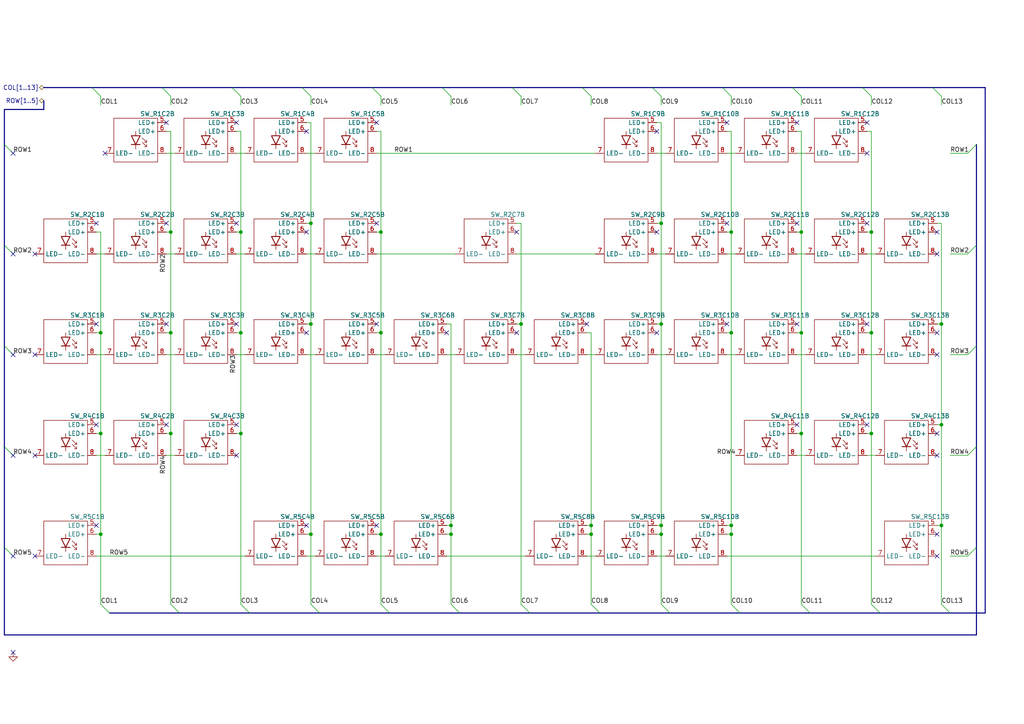
<source format=kicad_sch>
(kicad_sch (version 20250114) (generator "eeschema") (generator_version "9.0")
  (paper "A4")
  (title_block (title "HandyWork - 5x3 + Mods + Nav") (date "2026-03-01") (rev "1.0") (company "Axel Voitier") (comment 1 "HandyWork - 5x3 with mods with nav PCB") (comment 2 "CERN Open Hardware Licence Version 2 - Weakly Reciprocal") (comment 3 "Alidron"))
  (lib_symbols
    (symbol "Framework:One_Key_Module"
      (property "Reference" "SW" (at 1.27 7.62 0))
      (symbol "One_Key_Module_1_0"
        (pin input line (at -8.89 0 0) (length 2.54) (name "ROW") (number "3"))
        (pin input line (at 0 8.89 270) (length 2.54) (name "COL") (number "1"))
        (pin output line (at 0 -8.89 90) (length 2.54) (name "COL") (number "9"))
        (pin power_in line (at 3.81 -8.89 90) (length 2.54) (hide yes) (name "GND") (number "10"))
        (pin power_in line (at 3.81 -8.89 90) (length 2.54) (name "GND") (number "2"))
        (pin output line (at 8.89 0 180) (length 2.54) (name "ROW") (number "4"))
      )
      (symbol "One_Key_Module_1_1"
        (rectangle (start -6.35 6.35) (end 6.35 -6.35) (fill (type background)))
      )
      (symbol "One_Key_Module_2_0"
        (pin input line (at -8.89 -3.81 0) (length 2.54) (name "LED-") (number "7"))
        (pin input line (at 8.89 5.08 180) (length 2.54) (name "LED+") (number "5"))
        (pin bidirectional line (at 8.89 2.54 180) (length 2.54) (name "LED+") (number "6"))
        (pin output line (at 8.89 -3.81 180) (length 2.54) (name "LED-") (number "8"))
      )
      (symbol "One_Key_Module_2_1"
        (rectangle (start -6.35 6.35) (end 6.35 -6.35))
        (polyline (pts (xy 0 1.27) (xy 0 2.54)))
        (polyline (pts (xy 0 -1.27) (xy 0 -2.54)))
        (polyline (pts (xy 0 -1.27) (xy -1.27 1.27) (xy 1.27 1.27) (xy 0 -1.27)) (stroke (width 0.254)))
        (polyline (pts (xy 1.27 -1.27) (xy -1.27 -1.27)) (stroke (width 0.254)))
        (polyline (pts (xy 1.905 0.635) (xy 3.175 -0.635) (xy 3.175 0) (xy 3.175 -0.635) (xy 2.54 -0.635)))
        (polyline (pts (xy 1.905 -0.635) (xy 3.175 -1.905) (xy 3.175 -1.27) (xy 3.175 -1.905) (xy 2.54 -1.905)))
      )
    )
    (symbol "power:GND" (power) (pin_numbers (hide yes)) (pin_names (offset 0) (hide yes))
      (property "Value" "GND" (at 0 -3.81 0))
      (symbol "GND_0_1"
        (polyline (pts (xy 0 0) (xy 0 -1.27) (xy 1.27 -1.27) (xy 0 -2.54) (xy -1.27 -1.27) (xy 0 -1.27)))
      )
      (symbol "GND_1_1"
        (pin power_in line (at 0 0 270) (length 0) (name "~") (number "1"))
      )
    )
  )
  (junction (at 69.85 67.31))
  (junction (at 273.05 93.98))
  (junction (at 252.73 67.31))
  (junction (at 110.49 96.52))
  (junction (at 191.77 152.4))
  (junction (at 252.73 96.52))
  (junction (at 29.21 125.73))
  (junction (at 29.21 96.52))
  (junction (at 49.53 67.31))
  (junction (at 232.41 96.52))
  (junction (at 232.41 125.73))
  (junction (at 232.41 67.31))
  (junction (at 252.73 125.73))
  (junction (at 273.05 152.4))
  (junction (at 273.05 123.19))
  (junction (at 130.81 152.4))
  (junction (at 130.81 154.94))
  (junction (at 69.85 96.52))
  (junction (at 29.21 154.94))
  (junction (at 212.09 67.31))
  (junction (at 90.17 93.98))
  (junction (at 171.45 154.94))
  (junction (at 69.85 125.73))
  (junction (at 90.17 154.94))
  (junction (at 212.09 152.4))
  (junction (at 49.53 96.52))
  (junction (at 151.13 93.98))
  (junction (at 191.77 93.98))
  (junction (at 171.45 152.4))
  (junction (at 212.09 154.94))
  (junction (at 49.53 125.73))
  (junction (at 110.49 154.94))
  (junction (at 191.77 154.94))
  (junction (at 191.77 64.77))
  (junction (at 212.09 96.52))
  (junction (at 90.17 64.77))
  (junction (at 110.49 67.31))
  (no_connect (at 27.94 123.19))
  (no_connect (at 251.46 35.56))
  (no_connect (at 27.94 93.98))
  (no_connect (at 170.18 93.98))
  (no_connect (at 210.82 93.98))
  (no_connect (at 10.16 73.66))
  (no_connect (at 231.14 35.56))
  (no_connect (at 190.5 96.52))
  (no_connect (at 88.9 67.31))
  (no_connect (at 27.94 152.4))
  (no_connect (at 129.54 96.52))
  (no_connect (at 109.22 93.98))
  (no_connect (at 271.78 161.29))
  (no_connect (at 271.78 125.73))
  (no_connect (at 48.26 64.77))
  (no_connect (at 231.14 123.19))
  (no_connect (at 231.14 64.77))
  (no_connect (at 68.58 35.56))
  (no_connect (at 109.22 152.4))
  (no_connect (at 3.81 102.87))
  (no_connect (at 271.78 67.31))
  (no_connect (at 149.86 67.31))
  (no_connect (at 10.16 132.08))
  (no_connect (at 68.58 64.77))
  (no_connect (at 271.78 73.66))
  (no_connect (at 3.81 44.45))
  (no_connect (at 88.9 38.1))
  (no_connect (at 88.9 96.52))
  (no_connect (at 251.46 44.45))
  (no_connect (at 251.46 123.19))
  (no_connect (at 231.14 93.98))
  (no_connect (at 68.58 93.98))
  (no_connect (at 149.86 96.52))
  (no_connect (at 68.58 123.19))
  (no_connect (at 251.46 93.98))
  (no_connect (at 68.58 132.08))
  (no_connect (at 109.22 35.56))
  (no_connect (at 10.16 161.29))
  (no_connect (at 10.16 102.87))
  (no_connect (at 88.9 152.4))
  (no_connect (at 210.82 64.77))
  (no_connect (at 3.81 73.66))
  (no_connect (at 48.26 123.19))
  (no_connect (at 48.26 35.56))
  (no_connect (at 30.48 44.45))
  (no_connect (at 251.46 64.77))
  (no_connect (at 109.22 64.77))
  (no_connect (at 3.81 161.29))
  (no_connect (at 271.78 96.52))
  (no_connect (at 190.5 38.1))
  (no_connect (at 3.81 132.08))
  (no_connect (at 210.82 35.56))
  (no_connect (at 271.78 154.94))
  (no_connect (at 3.81 189.23))
  (no_connect (at 271.78 102.87))
  (no_connect (at 27.94 64.77))
  (no_connect (at 271.78 132.08))
  (no_connect (at 48.26 93.98))
  (no_connect (at 190.5 67.31))
  (bus_entry (at 107.95 25.4) (size 2.54 2.54))
  (bus_entry (at 1.27 129.54) (size 2.54 2.54))
  (bus_entry (at 189.23 25.4) (size 2.54 2.54))
  (bus_entry (at 92.71 177.8) (size -2.54 -2.54))
  (bus_entry (at 270.51 25.4) (size 2.54 2.54))
  (bus_entry (at 209.55 25.4) (size 2.54 2.54))
  (bus_entry (at 283.21 129.54) (size -2.54 2.54))
  (bus_entry (at 46.99 25.4) (size 2.54 2.54))
  (bus_entry (at 1.27 158.75) (size 2.54 2.54))
  (bus_entry (at 148.59 25.4) (size 2.54 2.54))
  (bus_entry (at 31.75 177.8) (size -2.54 -2.54))
  (bus_entry (at 275.59 177.8) (size -2.54 -2.54))
  (bus_entry (at 168.91 25.4) (size 2.54 2.54))
  (bus_entry (at 87.63 25.4) (size 2.54 2.54))
  (bus_entry (at 194.31 177.8) (size -2.54 -2.54))
  (bus_entry (at 283.21 41.91) (size -2.54 2.54))
  (bus_entry (at 133.35 177.8) (size -2.54 -2.54))
  (bus_entry (at 1.27 71.12) (size 2.54 2.54))
  (bus_entry (at 214.63 177.8) (size -2.54 -2.54))
  (bus_entry (at 173.99 177.8) (size -2.54 -2.54))
  (bus_entry (at 283.21 158.75) (size -2.54 2.54))
  (bus_entry (at 234.95 177.8) (size -2.54 -2.54))
  (bus_entry (at 52.07 177.8) (size -2.54 -2.54))
  (bus_entry (at 128.27 25.4) (size 2.54 2.54))
  (bus_entry (at 283.21 71.12) (size -2.54 2.54))
  (bus_entry (at 67.31 25.4) (size 2.54 2.54))
  (bus_entry (at 1.27 41.91) (size 2.54 2.54))
  (bus_entry (at 1.27 100.33) (size 2.54 2.54))
  (bus_entry (at 250.19 25.4) (size 2.54 2.54))
  (bus_entry (at 153.67 177.8) (size -2.54 -2.54))
  (bus_entry (at 72.39 177.8) (size -2.54 -2.54))
  (bus_entry (at 283.21 100.33) (size -2.54 2.54))
  (bus_entry (at 113.03 177.8) (size -2.54 -2.54))
  (bus_entry (at 229.87 25.4) (size 2.54 2.54))
  (bus_entry (at 26.67 25.4) (size 2.54 2.54))
  (bus_entry (at 255.27 177.8) (size -2.54 -2.54))
  (wire (pts (xy 71.12 73.66) (xy 68.58 73.66)))
  (wire (pts (xy 48.26 73.66) (xy 50.8 73.66)))
  (wire (pts (xy 151.13 93.98) (xy 151.13 175.26)))
  (wire (pts (xy 190.5 161.29) (xy 193.04 161.29)))
  (wire (pts (xy 212.09 67.31) (xy 212.09 96.52)))
  (bus (pts (xy 283.21 129.54) (xy 283.21 158.75)))
  (wire (pts (xy 271.78 152.4) (xy 273.05 152.4)))
  (bus (pts (xy 113.03 177.8) (xy 133.35 177.8)))
  (wire (pts (xy 129.54 152.4) (xy 130.81 152.4)))
  (wire (pts (xy 49.53 125.73) (xy 49.53 175.26)))
  (wire (pts (xy 273.05 27.94) (xy 273.05 30.48)))
  (wire (pts (xy 172.72 102.87) (xy 170.18 102.87)))
  (wire (pts (xy 190.5 93.98) (xy 191.77 93.98)))
  (wire (pts (xy 271.78 93.98) (xy 273.05 93.98)))
  (wire (pts (xy 251.46 96.52) (xy 252.73 96.52)))
  (wire (pts (xy 88.9 102.87) (xy 91.44 102.87)))
  (wire (pts (xy 231.14 67.31) (xy 232.41 67.31)))
  (wire (pts (xy 273.05 123.19) (xy 273.05 93.98)))
  (bus (pts (xy 234.95 177.8) (xy 255.27 177.8)))
  (wire (pts (xy 109.22 67.31) (xy 110.49 67.31)))
  (wire (pts (xy 231.14 38.1) (xy 232.41 38.1)))
  (wire (pts (xy 191.77 152.4) (xy 191.77 154.94)))
  (wire (pts (xy 213.36 102.87) (xy 210.82 102.87)))
  (wire (pts (xy 48.26 96.52) (xy 49.53 96.52)))
  (wire (pts (xy 190.5 152.4) (xy 191.77 152.4)))
  (wire (pts (xy 232.41 125.73) (xy 232.41 175.26)))
  (wire (pts (xy 27.94 161.29) (xy 71.12 161.29)))
  (wire (pts (xy 50.8 102.87) (xy 48.26 102.87)))
  (wire (pts (xy 254 102.87) (xy 251.46 102.87)))
  (wire (pts (xy 130.81 154.94) (xy 130.81 175.26)))
  (wire (pts (xy 88.9 64.77) (xy 90.17 64.77)))
  (bus (pts (xy 107.95 25.4) (xy 128.27 25.4)))
  (wire (pts (xy 275.59 44.45) (xy 280.67 44.45)))
  (wire (pts (xy 29.21 154.94) (xy 29.21 175.26)))
  (wire (pts (xy 212.09 152.4) (xy 212.09 154.94)))
  (bus (pts (xy 250.19 25.4) (xy 270.51 25.4)))
  (wire (pts (xy 190.5 35.56) (xy 191.77 35.56)))
  (wire (pts (xy 71.12 102.87) (xy 68.58 102.87)))
  (wire (pts (xy 231.14 73.66) (xy 233.68 73.66)))
  (wire (pts (xy 91.44 73.66) (xy 88.9 73.66)))
  (bus (pts (xy 229.87 25.4) (xy 250.19 25.4)))
  (wire (pts (xy 151.13 64.77) (xy 151.13 93.98)))
  (wire (pts (xy 190.5 154.94) (xy 191.77 154.94)))
  (wire (pts (xy 109.22 44.45) (xy 172.72 44.45)))
  (wire (pts (xy 193.04 44.45) (xy 190.5 44.45)))
  (wire (pts (xy 210.82 152.4) (xy 212.09 152.4)))
  (bus (pts (xy 275.59 177.8) (xy 285.75 177.8)))
  (wire (pts (xy 170.18 96.52) (xy 171.45 96.52)))
  (wire (pts (xy 251.46 132.08) (xy 254 132.08)))
  (wire (pts (xy 29.21 125.73) (xy 29.21 96.52)))
  (wire (pts (xy 210.82 44.45) (xy 213.36 44.45)))
  (wire (pts (xy 252.73 67.31) (xy 252.73 96.52)))
  (bus (pts (xy 1.27 71.12) (xy 1.27 100.33)))
  (wire (pts (xy 252.73 96.52) (xy 252.73 125.73)))
  (wire (pts (xy 110.49 27.94) (xy 110.49 30.48)))
  (wire (pts (xy 271.78 123.19) (xy 273.05 123.19)))
  (wire (pts (xy 68.58 38.1) (xy 69.85 38.1)))
  (bus (pts (xy 168.91 25.4) (xy 189.23 25.4)))
  (wire (pts (xy 191.77 154.94) (xy 191.77 175.26)))
  (wire (pts (xy 191.77 93.98) (xy 191.77 152.4)))
  (wire (pts (xy 152.4 102.87) (xy 149.86 102.87)))
  (wire (pts (xy 149.86 64.77) (xy 151.13 64.77)))
  (wire (pts (xy 27.94 154.94) (xy 29.21 154.94)))
  (wire (pts (xy 49.53 67.31) (xy 49.53 96.52)))
  (wire (pts (xy 68.58 125.73) (xy 69.85 125.73)))
  (wire (pts (xy 30.48 73.66) (xy 27.94 73.66)))
  (wire (pts (xy 29.21 27.94) (xy 29.21 30.48)))
  (wire (pts (xy 232.41 27.94) (xy 232.41 30.48)))
  (wire (pts (xy 231.14 96.52) (xy 232.41 96.52)))
  (wire (pts (xy 27.94 96.52) (xy 29.21 96.52)))
  (wire (pts (xy 275.59 161.29) (xy 280.67 161.29)))
  (wire (pts (xy 210.82 67.31) (xy 212.09 67.31)))
  (wire (pts (xy 191.77 27.94) (xy 191.77 30.48)))
  (wire (pts (xy 90.17 154.94) (xy 90.17 175.26)))
  (wire (pts (xy 231.14 44.45) (xy 233.68 44.45)))
  (bus (pts (xy 1.27 129.54) (xy 1.27 158.75)))
  (wire (pts (xy 109.22 154.94) (xy 110.49 154.94)))
  (wire (pts (xy 110.49 67.31) (xy 110.49 96.52)))
  (wire (pts (xy 27.94 125.73) (xy 29.21 125.73)))
  (wire (pts (xy 91.44 44.45) (xy 88.9 44.45)))
  (wire (pts (xy 69.85 125.73) (xy 69.85 96.52)))
  (wire (pts (xy 68.58 67.31) (xy 69.85 67.31)))
  (bus (pts (xy 1.27 158.75) (xy 1.27 184.15)))
  (wire (pts (xy 252.73 27.94) (xy 252.73 30.48)))
  (wire (pts (xy 232.41 38.1) (xy 232.41 67.31)))
  (wire (pts (xy 68.58 44.45) (xy 71.12 44.45)))
  (wire (pts (xy 273.05 123.19) (xy 273.05 152.4)))
  (wire (pts (xy 273.05 93.98) (xy 273.05 64.77)))
  (wire (pts (xy 252.73 38.1) (xy 252.73 67.31)))
  (wire (pts (xy 110.49 96.52) (xy 110.49 154.94)))
  (wire (pts (xy 275.59 73.66) (xy 280.67 73.66)))
  (wire (pts (xy 130.81 152.4) (xy 130.81 154.94)))
  (wire (pts (xy 170.18 154.94) (xy 171.45 154.94)))
  (bus (pts (xy 128.27 25.4) (xy 148.59 25.4)))
  (wire (pts (xy 151.13 27.94) (xy 151.13 30.48)))
  (wire (pts (xy 171.45 27.94) (xy 171.45 30.48)))
  (bus (pts (xy 72.39 177.8) (xy 92.71 177.8)))
  (wire (pts (xy 90.17 35.56) (xy 90.17 64.77)))
  (bus (pts (xy 12.7 31.75) (xy 1.27 31.75)))
  (bus (pts (xy 148.59 25.4) (xy 168.91 25.4)))
  (wire (pts (xy 69.85 67.31) (xy 69.85 96.52)))
  (wire (pts (xy 254 73.66) (xy 251.46 73.66)))
  (wire (pts (xy 212.09 38.1) (xy 212.09 67.31)))
  (wire (pts (xy 130.81 27.94) (xy 130.81 30.48)))
  (wire (pts (xy 49.53 96.52) (xy 49.53 125.73)))
  (wire (pts (xy 129.54 154.94) (xy 130.81 154.94)))
  (bus (pts (xy 283.21 71.12) (xy 283.21 100.33)))
  (wire (pts (xy 171.45 152.4) (xy 171.45 96.52)))
  (wire (pts (xy 172.72 161.29) (xy 170.18 161.29)))
  (wire (pts (xy 110.49 67.31) (xy 110.49 38.1)))
  (bus (pts (xy 1.27 41.91) (xy 1.27 71.12)))
  (wire (pts (xy 232.41 96.52) (xy 232.41 125.73)))
  (wire (pts (xy 27.94 67.31) (xy 29.21 67.31)))
  (wire (pts (xy 210.82 154.94) (xy 212.09 154.94)))
  (wire (pts (xy 190.5 64.77) (xy 191.77 64.77)))
  (wire (pts (xy 273.05 152.4) (xy 273.05 175.26)))
  (bus (pts (xy 153.67 177.8) (xy 173.99 177.8)))
  (wire (pts (xy 69.85 27.94) (xy 69.85 30.48)))
  (bus (pts (xy 67.31 25.4) (xy 87.63 25.4)))
  (wire (pts (xy 275.59 132.08) (xy 280.67 132.08)))
  (wire (pts (xy 193.04 102.87) (xy 190.5 102.87)))
  (wire (pts (xy 90.17 27.94) (xy 90.17 30.48)))
  (wire (pts (xy 29.21 125.73) (xy 29.21 154.94)))
  (bus (pts (xy 283.21 41.91) (xy 283.21 71.12)))
  (bus (pts (xy 209.55 25.4) (xy 229.87 25.4)))
  (bus (pts (xy 26.67 25.4) (xy 46.99 25.4)))
  (bus (pts (xy 12.7 25.4) (xy 26.67 25.4)))
  (wire (pts (xy 232.41 67.31) (xy 232.41 96.52)))
  (wire (pts (xy 210.82 96.52) (xy 212.09 96.52)))
  (wire (pts (xy 271.78 64.77) (xy 273.05 64.77)))
  (wire (pts (xy 191.77 35.56) (xy 191.77 64.77)))
  (wire (pts (xy 109.22 38.1) (xy 110.49 38.1)))
  (wire (pts (xy 251.46 125.73) (xy 252.73 125.73)))
  (bus (pts (xy 283.21 158.75) (xy 283.21 184.15)))
  (wire (pts (xy 190.5 73.66) (xy 193.04 73.66)))
  (wire (pts (xy 90.17 93.98) (xy 90.17 154.94)))
  (wire (pts (xy 88.9 154.94) (xy 90.17 154.94)))
  (wire (pts (xy 212.09 154.94) (xy 212.09 175.26)))
  (wire (pts (xy 109.22 73.66) (xy 132.08 73.66)))
  (wire (pts (xy 109.22 96.52) (xy 110.49 96.52)))
  (wire (pts (xy 252.73 38.1) (xy 251.46 38.1)))
  (wire (pts (xy 149.86 93.98) (xy 151.13 93.98)))
  (wire (pts (xy 251.46 67.31) (xy 252.73 67.31)))
  (bus (pts (xy 285.75 25.4) (xy 285.75 177.8)))
  (bus (pts (xy 189.23 25.4) (xy 209.55 25.4)))
  (wire (pts (xy 210.82 73.66) (xy 213.36 73.66)))
  (wire (pts (xy 149.86 73.66) (xy 172.72 73.66)))
  (wire (pts (xy 231.14 125.73) (xy 232.41 125.73)))
  (bus (pts (xy 194.31 177.8) (xy 214.63 177.8)))
  (wire (pts (xy 88.9 93.98) (xy 90.17 93.98)))
  (wire (pts (xy 29.21 96.52) (xy 29.21 67.31)))
  (bus (pts (xy 1.27 100.33) (xy 1.27 129.54)))
  (wire (pts (xy 170.18 152.4) (xy 171.45 152.4)))
  (wire (pts (xy 233.68 102.87) (xy 231.14 102.87)))
  (bus (pts (xy 92.71 177.8) (xy 113.03 177.8)))
  (wire (pts (xy 49.53 27.94) (xy 49.53 30.48)))
  (wire (pts (xy 27.94 102.87) (xy 30.48 102.87)))
  (wire (pts (xy 110.49 154.94) (xy 110.49 175.26)))
  (wire (pts (xy 48.26 44.45) (xy 50.8 44.45)))
  (bus (pts (xy 31.75 177.8) (xy 52.07 177.8)))
  (wire (pts (xy 212.09 96.52) (xy 212.09 152.4)))
  (wire (pts (xy 252.73 125.73) (xy 252.73 175.26)))
  (bus (pts (xy 255.27 177.8) (xy 275.59 177.8)))
  (wire (pts (xy 48.26 38.1) (xy 49.53 38.1)))
  (wire (pts (xy 171.45 152.4) (xy 171.45 154.94)))
  (wire (pts (xy 129.54 102.87) (xy 132.08 102.87)))
  (bus (pts (xy 1.27 184.15) (xy 283.21 184.15)))
  (wire (pts (xy 111.76 161.29) (xy 109.22 161.29)))
  (wire (pts (xy 191.77 64.77) (xy 191.77 93.98)))
  (wire (pts (xy 231.14 132.08) (xy 233.68 132.08)))
  (wire (pts (xy 171.45 154.94) (xy 171.45 175.26)))
  (wire (pts (xy 130.81 93.98) (xy 130.81 152.4)))
  (wire (pts (xy 69.85 67.31) (xy 69.85 38.1)))
  (bus (pts (xy 133.35 177.8) (xy 153.67 177.8)))
  (wire (pts (xy 30.48 132.08) (xy 27.94 132.08)))
  (bus (pts (xy 283.21 100.33) (xy 283.21 129.54)))
  (wire (pts (xy 212.09 27.94) (xy 212.09 30.48)))
  (wire (pts (xy 68.58 96.52) (xy 69.85 96.52)))
  (bus (pts (xy 214.63 177.8) (xy 234.95 177.8)))
  (wire (pts (xy 88.9 161.29) (xy 91.44 161.29)))
  (wire (pts (xy 111.76 102.87) (xy 109.22 102.87)))
  (wire (pts (xy 48.26 67.31) (xy 49.53 67.31)))
  (wire (pts (xy 90.17 93.98) (xy 90.17 64.77)))
  (wire (pts (xy 152.4 161.29) (xy 129.54 161.29)))
  (wire (pts (xy 129.54 93.98) (xy 130.81 93.98)))
  (wire (pts (xy 49.53 67.31) (xy 49.53 38.1)))
  (wire (pts (xy 88.9 35.56) (xy 90.17 35.56)))
  (wire (pts (xy 69.85 125.73) (xy 69.85 175.26)))
  (bus (pts (xy 87.63 25.4) (xy 107.95 25.4)))
  (wire (pts (xy 50.8 132.08) (xy 48.26 132.08)))
  (wire (pts (xy 210.82 161.29) (xy 254 161.29)))
  (wire (pts (xy 275.59 102.87) (xy 280.67 102.87)))
  (bus (pts (xy 46.99 25.4) (xy 67.31 25.4)))
  (bus (pts (xy 12.7 29.21) (xy 12.7 31.75)))
  (bus (pts (xy 1.27 31.75) (xy 1.27 41.91)))
  (bus (pts (xy 270.51 25.4) (xy 285.75 25.4)))
  (wire (pts (xy 210.82 38.1) (xy 212.09 38.1)))
  (wire (pts (xy 48.26 125.73) (xy 49.53 125.73)))
  (bus (pts (xy 52.07 177.8) (xy 72.39 177.8)))
  (bus (pts (xy 173.99 177.8) (xy 194.31 177.8)))
  (label "ROW2" (at 275.59 73.66 0))
  (label "ROW4" (at 213.36 132.08 180))
  (label "COL11" (at 232.41 175.26 0))
  (label "ROW4" (at 48.26 132.08 270))
  (label "COL1" (at 29.21 30.48 0))
  (label "COL7" (at 151.13 175.26 0))
  (label "COL8" (at 171.45 30.48 0))
  (label "COL5" (at 110.49 175.26 0))
  (label "COL6" (at 130.81 175.26 0))
  (label "COL9" (at 191.77 175.26 0))
  (label "ROW1" (at 275.59 44.45 0))
  (label "COL3" (at 69.85 175.26 0))
  (label "COL9" (at 191.77 30.48 0))
  (label "COL3" (at 69.85 30.48 0))
  (label "ROW1" (at 114.3 44.45 0))
  (label "COL11" (at 232.41 30.48 0))
  (label "COL8" (at 171.45 175.26 0))
  (label "COL13" (at 273.05 30.48 0))
  (label "ROW5" (at 275.59 161.29 0))
  (label "COL1" (at 29.21 175.26 0))
  (label "ROW3" (at 68.58 102.87 270))
  (label "COL10" (at 212.09 175.26 0))
  (label "COL2" (at 49.53 175.26 0))
  (label "ROW4" (at 3.81 132.08 0))
  (label "ROW3" (at 3.81 102.87 0))
  (label "COL2" (at 49.53 30.48 0))
  (label "ROW1" (at 3.81 44.45 0))
  (label "COL6" (at 130.81 30.48 0))
  (label "ROW5" (at 31.75 161.29 0))
  (label "COL4" (at 90.17 30.48 0))
  (label "COL12" (at 252.73 175.26 0))
  (label "COL10" (at 212.09 30.48 0))
  (label "COL5" (at 110.49 30.48 0))
  (label "ROW5" (at 3.81 161.29 0))
  (label "COL12" (at 252.73 30.48 0))
  (label "ROW2" (at 48.26 73.66 270))
  (label "ROW4" (at 275.59 132.08 0))
  (label "COL13" (at 273.05 175.26 0))
  (label "ROW2" (at 3.81 73.66 0))
  (label "COL7" (at 151.13 30.48 0))
  (label "ROW3" (at 275.59 102.87 0))
  (label "COL4" (at 90.17 175.26 0))
  (hierarchical_label "ROW[1..5]" (shape bidirectional) (at 12.7 29.21 180))
  (hierarchical_label "COL[1..13]" (shape bidirectional) (at 12.7 25.4 180))
  (symbol (lib_id "Framework:One_Key_Module") (at 19.05 157.48 0) (unit 2)
    (property "Reference" "SW_R5C1" (at 20.32 149.86 0) (effects (justify left)))
    (property "Footprint" "Framework:One Key Module" (effects (hide yes)))
  )
  (symbol (lib_id "Framework:One_Key_Module") (at 80.01 40.64 0) (unit 2)
    (property "Reference" "SW_R1C4" (at 81.28 33.02 0) (effects (justify left)))
    (property "Footprint" "Framework:One Key Module" (effects (hide yes)))
  )
  (symbol (lib_id "Framework:One_Key_Module") (at 262.89 69.85 0) (unit 2)
    (property "Reference" "SW_R2C13" (at 264.16 62.23 0) (effects (justify left)))
    (property "Footprint" "Framework:One Key Module" (effects (hide yes)))
  )
  (symbol (lib_id "Framework:One_Key_Module") (at 181.61 40.64 0) (unit 2)
    (property "Reference" "SW_R1C9" (at 182.88 33.02 0) (effects (justify left)))
    (property "Footprint" "Framework:One Key Module" (effects (hide yes)))
  )
  (symbol (lib_id "Framework:One_Key_Module") (at 140.97 99.06 0) (unit 2)
    (property "Reference" "SW_R3C7" (at 142.24 91.44 0) (effects (justify left)))
    (property "Footprint" "Framework:One Key Module" (effects (hide yes)))
  )
  (symbol (lib_id "Framework:One_Key_Module") (at 59.69 128.27 0) (unit 2)
    (property "Reference" "SW_R4C3" (at 60.96 120.65 0) (effects (justify left)))
    (property "Footprint" "Framework:One Key Module" (effects (hide yes)))
  )
  (symbol (lib_id "Framework:One_Key_Module") (at 80.01 99.06 0) (unit 2)
    (property "Reference" "SW_R3C4" (at 81.28 91.44 0) (effects (justify left)))
    (property "Footprint" "Framework:One Key Module" (effects (hide yes)))
  )
  (symbol (lib_id "Framework:One_Key_Module") (at 201.93 157.48 0) (unit 2)
    (property "Reference" "SW_R5C10" (at 203.2 149.86 0) (effects (justify left)))
    (property "Footprint" "Framework:One Key Module" (effects (hide yes)))
  )
  (symbol (lib_id "Framework:One_Key_Module") (at 19.05 69.85 0) (unit 2)
    (property "Reference" "SW_R2C1" (at 20.32 62.23 0) (effects (justify left)))
    (property "Footprint" "Framework:One Key Module" (effects (hide yes)))
  )
  (symbol (lib_id "Framework:One_Key_Module") (at 222.25 99.06 0) (unit 2)
    (property "Reference" "SW_R3C11" (at 223.52 91.44 0) (effects (justify left)))
    (property "Footprint" "Framework:One Key Module" (effects (hide yes)))
  )
  (symbol (lib_id "Framework:One_Key_Module") (at 201.93 40.64 0) (unit 2)
    (property "Reference" "SW_R1C10" (at 203.2 33.02 0) (effects (justify left)))
    (property "Footprint" "Framework:One Key Module" (effects (hide yes)))
  )
  (symbol (lib_id "Framework:One_Key_Module") (at 222.25 128.27 0) (unit 2)
    (property "Reference" "SW_R4C11" (at 223.52 120.65 0) (effects (justify left)))
    (property "Footprint" "Framework:One Key Module" (effects (hide yes)))
  )
  (symbol (lib_id "Framework:One_Key_Module") (at 181.61 99.06 0) (unit 2)
    (property "Reference" "SW_R3C9" (at 182.88 91.44 0) (effects (justify left)))
    (property "Footprint" "Framework:One Key Module" (effects (hide yes)))
  )
  (symbol (lib_id "Framework:One_Key_Module") (at 120.65 99.06 0) (unit 2)
    (property "Reference" "SW_R3C6" (at 121.92 91.44 0) (effects (justify left)))
    (property "Footprint" "Framework:One Key Module" (effects (hide yes)))
  )
  (symbol (lib_id "Framework:One_Key_Module") (at 242.57 128.27 0) (unit 2)
    (property "Reference" "SW_R4C12" (at 243.84 120.65 0) (effects (justify left)))
    (property "Footprint" "Framework:One Key Module" (effects (hide yes)))
  )
  (symbol (lib_id "Framework:One_Key_Module") (at 181.61 157.48 0) (unit 2)
    (property "Reference" "SW_R5C9" (at 182.88 149.86 0) (effects (justify left)))
    (property "Footprint" "Framework:One Key Module" (effects (hide yes)))
  )
  (symbol (lib_id "Framework:One_Key_Module") (at 100.33 157.48 0) (unit 2)
    (property "Reference" "SW_R5C5" (at 101.6 149.86 0) (effects (justify left)))
    (property "Footprint" "Framework:One Key Module" (effects (hide yes)))
  )
  (symbol (lib_id "Framework:One_Key_Module") (at 100.33 40.64 0) (unit 2)
    (property "Reference" "SW_R1C5" (at 101.6 33.02 0) (effects (justify left)))
    (property "Footprint" "Framework:One Key Module" (effects (hide yes)))
  )
  (symbol (lib_id "Framework:One_Key_Module") (at 100.33 69.85 0) (unit 2)
    (property "Reference" "SW_R2C5" (at 101.6 62.23 0) (effects (justify left)))
    (property "Footprint" "Framework:One Key Module" (effects (hide yes)))
  )
  (symbol (lib_id "Framework:One_Key_Module") (at 242.57 99.06 0) (unit 2)
    (property "Reference" "SW_R3C12" (at 243.84 91.44 0) (effects (justify left)))
    (property "Footprint" "Framework:One Key Module" (effects (hide yes)))
  )
  (symbol (lib_id "Framework:One_Key_Module") (at 140.97 69.85 0) (unit 2)
    (property "Reference" "SW_R2C7" (at 142.24 62.23 0) (effects (justify left)))
    (property "Footprint" "Framework:One Key Module" (effects (hide yes)))
  )
  (symbol (lib_id "Framework:One_Key_Module") (at 222.25 40.64 0) (unit 2)
    (property "Reference" "SW_R1C11" (at 223.52 33.02 0) (effects (justify left)))
    (property "Footprint" "Framework:One Key Module" (effects (hide yes)))
  )
  (symbol (lib_id "Framework:One_Key_Module") (at 39.37 40.64 0) (unit 2)
    (property "Reference" "SW_R1C2" (at 40.64 33.02 0) (effects (justify left)))
    (property "Footprint" "Framework:One Key Module" (effects (hide yes)))
  )
  (symbol (lib_id "Framework:One_Key_Module") (at 181.61 69.85 0) (unit 2)
    (property "Reference" "SW_R2C9" (at 182.88 62.23 0) (effects (justify left)))
    (property "Footprint" "Framework:One Key Module" (effects (hide yes)))
  )
  (symbol (lib_id "Framework:One_Key_Module") (at 262.89 157.48 0) (unit 2)
    (property "Reference" "SW_R5C13" (at 264.16 149.86 0) (effects (justify left)))
    (property "Footprint" "Framework:One Key Module" (effects (hide yes)))
  )
  (symbol (lib_id "Framework:One_Key_Module") (at 262.89 128.27 0) (unit 2)
    (property "Reference" "SW_R4C13" (at 264.16 120.65 0) (effects (justify left)))
    (property "Footprint" "Framework:One Key Module" (effects (hide yes)))
  )
  (symbol (lib_id "Framework:One_Key_Module") (at 59.69 69.85 0) (unit 2)
    (property "Reference" "SW_R2C3" (at 60.96 62.23 0) (effects (justify left)))
    (property "Footprint" "Framework:One Key Module" (effects (hide yes)))
  )
  (symbol (lib_id "Framework:One_Key_Module") (at 80.01 69.85 0) (unit 2)
    (property "Reference" "SW_R2C4" (at 81.28 62.23 0) (effects (justify left)))
    (property "Footprint" "Framework:One Key Module" (effects (hide yes)))
  )
  (symbol (lib_id "Framework:One_Key_Module") (at 120.65 157.48 0) (unit 2)
    (property "Reference" "SW_R5C6" (at 121.92 149.86 0) (effects (justify left)))
    (property "Footprint" "Framework:One Key Module" (effects (hide yes)))
  )
  (symbol (lib_id "Framework:One_Key_Module") (at 39.37 99.06 0) (unit 2)
    (property "Reference" "SW_R3C2" (at 40.64 91.44 0) (effects (justify left)))
    (property "Footprint" "Framework:One Key Module" (effects (hide yes)))
  )
  (symbol (lib_id "Framework:One_Key_Module") (at 242.57 69.85 0) (unit 2)
    (property "Reference" "SW_R2C12" (at 243.84 62.23 0) (effects (justify left)))
    (property "Footprint" "Framework:One Key Module" (effects (hide yes)))
  )
  (symbol (lib_id "Framework:One_Key_Module") (at 59.69 99.06 0) (unit 2)
    (property "Reference" "SW_R3C3" (at 60.96 91.44 0) (effects (justify left)))
    (property "Footprint" "Framework:One Key Module" (effects (hide yes)))
  )
  (symbol (lib_id "Framework:One_Key_Module") (at 201.93 69.85 0) (unit 2)
    (property "Reference" "SW_R2C10" (at 203.2 62.23 0) (effects (justify left)))
    (property "Footprint" "Framework:One Key Module" (effects (hide yes)))
  )
  (symbol (lib_id "Framework:One_Key_Module") (at 59.69 40.64 0) (unit 2)
    (property "Reference" "SW_R1C3" (at 60.96 33.02 0) (effects (justify left)))
    (property "Footprint" "Framework:One Key Module" (effects (hide yes)))
  )
  (symbol (lib_id "Framework:One_Key_Module") (at 19.05 99.06 0) (unit 2)
    (property "Reference" "SW_R3C1" (at 20.32 91.44 0) (effects (justify left)))
    (property "Footprint" "Framework:One Key Module" (effects (hide yes)))
  )
  (symbol (lib_id "power:GND") (at 3.81 189.23 0) (unit 1)
    (property "Reference" "#PWR037" (effects (hide yes)))
    (property "Value" "GND" (effects (hide yes)))
    (property "Description" "Power symbol creates a global label with name \"GND\" , ground" (effects (hide yes)))
  )
  (symbol (lib_id "Framework:One_Key_Module") (at 222.25 69.85 0) (unit 2)
    (property "Reference" "SW_R2C11" (at 223.52 62.23 0) (effects (justify left)))
    (property "Footprint" "Framework:One Key Module" (effects (hide yes)))
  )
  (symbol (lib_id "Framework:One_Key_Module") (at 262.89 99.06 0) (unit 2)
    (property "Reference" "SW_R3C13" (at 264.16 91.44 0) (effects (justify left)))
    (property "Footprint" "Framework:One Key Module" (effects (hide yes)))
  )
  (symbol (lib_id "Framework:One_Key_Module") (at 39.37 69.85 0) (unit 2)
    (property "Reference" "SW_R2C2" (at 40.64 62.23 0) (effects (justify left)))
    (property "Footprint" "Framework:One Key Module" (effects (hide yes)))
  )
  (symbol (lib_id "Framework:One_Key_Module") (at 80.01 157.48 0) (unit 2)
    (property "Reference" "SW_R5C4" (at 81.28 149.86 0) (effects (justify left)))
    (property "Footprint" "Framework:One Key Module" (effects (hide yes)))
  )
  (symbol (lib_id "Framework:One_Key_Module") (at 161.29 157.48 0) (unit 2)
    (property "Reference" "SW_R5C8" (at 162.56 149.86 0) (effects (justify left)))
    (property "Footprint" "Framework:One Key Module" (effects (hide yes)))
  )
  (symbol (lib_id "Framework:One_Key_Module") (at 100.33 99.06 0) (unit 2)
    (property "Reference" "SW_R3C5" (at 101.6 91.44 0) (effects (justify left)))
    (property "Footprint" "Framework:One Key Module" (effects (hide yes)))
  )
  (symbol (lib_id "Framework:One_Key_Module") (at 39.37 128.27 0) (unit 2)
    (property "Reference" "SW_R4C2" (at 40.64 120.65 0) (effects (justify left)))
    (property "Footprint" "Framework:One Key Module" (effects (hide yes)))
  )
  (symbol (lib_id "Framework:One_Key_Module") (at 201.93 99.06 0) (unit 2)
    (property "Reference" "SW_R3C10" (at 203.2 91.44 0) (effects (justify left)))
    (property "Footprint" "Framework:One Key Module" (effects (hide yes)))
  )
  (symbol (lib_id "Framework:One_Key_Module") (at 19.05 128.27 0) (unit 2)
    (property "Reference" "SW_R4C1" (at 20.32 120.65 0) (effects (justify left)))
    (property "Footprint" "Framework:One Key Module" (effects (hide yes)))
  )
  (symbol (lib_id "Framework:One_Key_Module") (at 161.29 99.06 0) (unit 2)
    (property "Reference" "SW_R3C8" (at 162.56 91.44 0) (effects (justify left)))
    (property "Footprint" "Framework:One Key Module" (effects (hide yes)))
  )
  (symbol (lib_id "Framework:One_Key_Module") (at 242.57 40.64 0) (unit 2)
    (property "Reference" "SW_R1C12" (at 243.84 33.02 0) (effects (justify left)))
    (property "Footprint" "Framework:One Key Module" (effects (hide yes)))
  )
)
</source>
